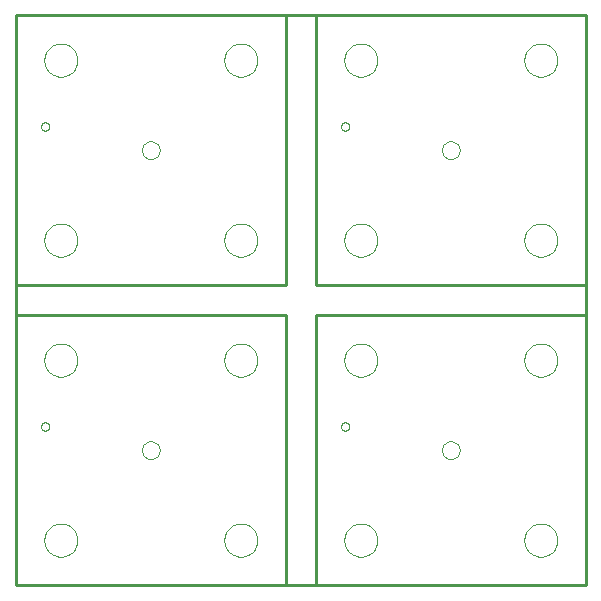
<source format=gbo>
G75*
G70*
%OFA0B0*%
%FSLAX24Y24*%
%IPPOS*%
%LPD*%
%AMOC8*
5,1,8,0,0,1.08239X$1,22.5*
%
%ADD10C,0.0000*%
%ADD11C,0.0100*%
D10*
X000151Y000151D02*
X000151Y019151D01*
X019151Y019151D01*
X019151Y000151D01*
X000151Y000151D01*
X001100Y001651D02*
X001102Y001698D01*
X001108Y001744D01*
X001118Y001790D01*
X001131Y001835D01*
X001149Y001878D01*
X001170Y001920D01*
X001194Y001960D01*
X001222Y001997D01*
X001253Y002032D01*
X001287Y002065D01*
X001323Y002094D01*
X001362Y002120D01*
X001403Y002143D01*
X001446Y002162D01*
X001490Y002178D01*
X001535Y002190D01*
X001581Y002198D01*
X001628Y002202D01*
X001674Y002202D01*
X001721Y002198D01*
X001767Y002190D01*
X001812Y002178D01*
X001856Y002162D01*
X001899Y002143D01*
X001940Y002120D01*
X001979Y002094D01*
X002015Y002065D01*
X002049Y002032D01*
X002080Y001997D01*
X002108Y001960D01*
X002132Y001920D01*
X002153Y001878D01*
X002171Y001835D01*
X002184Y001790D01*
X002194Y001744D01*
X002200Y001698D01*
X002202Y001651D01*
X002200Y001604D01*
X002194Y001558D01*
X002184Y001512D01*
X002171Y001467D01*
X002153Y001424D01*
X002132Y001382D01*
X002108Y001342D01*
X002080Y001305D01*
X002049Y001270D01*
X002015Y001237D01*
X001979Y001208D01*
X001940Y001182D01*
X001899Y001159D01*
X001856Y001140D01*
X001812Y001124D01*
X001767Y001112D01*
X001721Y001104D01*
X001674Y001100D01*
X001628Y001100D01*
X001581Y001104D01*
X001535Y001112D01*
X001490Y001124D01*
X001446Y001140D01*
X001403Y001159D01*
X001362Y001182D01*
X001323Y001208D01*
X001287Y001237D01*
X001253Y001270D01*
X001222Y001305D01*
X001194Y001342D01*
X001170Y001382D01*
X001149Y001424D01*
X001131Y001467D01*
X001118Y001512D01*
X001108Y001558D01*
X001102Y001604D01*
X001100Y001651D01*
X004356Y004651D02*
X004358Y004685D01*
X004364Y004719D01*
X004374Y004752D01*
X004387Y004783D01*
X004405Y004813D01*
X004425Y004841D01*
X004449Y004866D01*
X004475Y004888D01*
X004503Y004906D01*
X004534Y004922D01*
X004566Y004934D01*
X004600Y004942D01*
X004634Y004946D01*
X004668Y004946D01*
X004702Y004942D01*
X004736Y004934D01*
X004768Y004922D01*
X004798Y004906D01*
X004827Y004888D01*
X004853Y004866D01*
X004877Y004841D01*
X004897Y004813D01*
X004915Y004783D01*
X004928Y004752D01*
X004938Y004719D01*
X004944Y004685D01*
X004946Y004651D01*
X004944Y004617D01*
X004938Y004583D01*
X004928Y004550D01*
X004915Y004519D01*
X004897Y004489D01*
X004877Y004461D01*
X004853Y004436D01*
X004827Y004414D01*
X004799Y004396D01*
X004768Y004380D01*
X004736Y004368D01*
X004702Y004360D01*
X004668Y004356D01*
X004634Y004356D01*
X004600Y004360D01*
X004566Y004368D01*
X004534Y004380D01*
X004503Y004396D01*
X004475Y004414D01*
X004449Y004436D01*
X004425Y004461D01*
X004405Y004489D01*
X004387Y004519D01*
X004374Y004550D01*
X004364Y004583D01*
X004358Y004617D01*
X004356Y004651D01*
X001100Y007651D02*
X001102Y007698D01*
X001108Y007744D01*
X001118Y007790D01*
X001131Y007835D01*
X001149Y007878D01*
X001170Y007920D01*
X001194Y007960D01*
X001222Y007997D01*
X001253Y008032D01*
X001287Y008065D01*
X001323Y008094D01*
X001362Y008120D01*
X001403Y008143D01*
X001446Y008162D01*
X001490Y008178D01*
X001535Y008190D01*
X001581Y008198D01*
X001628Y008202D01*
X001674Y008202D01*
X001721Y008198D01*
X001767Y008190D01*
X001812Y008178D01*
X001856Y008162D01*
X001899Y008143D01*
X001940Y008120D01*
X001979Y008094D01*
X002015Y008065D01*
X002049Y008032D01*
X002080Y007997D01*
X002108Y007960D01*
X002132Y007920D01*
X002153Y007878D01*
X002171Y007835D01*
X002184Y007790D01*
X002194Y007744D01*
X002200Y007698D01*
X002202Y007651D01*
X002200Y007604D01*
X002194Y007558D01*
X002184Y007512D01*
X002171Y007467D01*
X002153Y007424D01*
X002132Y007382D01*
X002108Y007342D01*
X002080Y007305D01*
X002049Y007270D01*
X002015Y007237D01*
X001979Y007208D01*
X001940Y007182D01*
X001899Y007159D01*
X001856Y007140D01*
X001812Y007124D01*
X001767Y007112D01*
X001721Y007104D01*
X001674Y007100D01*
X001628Y007100D01*
X001581Y007104D01*
X001535Y007112D01*
X001490Y007124D01*
X001446Y007140D01*
X001403Y007159D01*
X001362Y007182D01*
X001323Y007208D01*
X001287Y007237D01*
X001253Y007270D01*
X001222Y007305D01*
X001194Y007342D01*
X001170Y007382D01*
X001149Y007424D01*
X001131Y007467D01*
X001118Y007512D01*
X001108Y007558D01*
X001102Y007604D01*
X001100Y007651D01*
X000990Y005439D02*
X000992Y005462D01*
X000998Y005485D01*
X001008Y005506D01*
X001021Y005526D01*
X001037Y005543D01*
X001056Y005557D01*
X001077Y005567D01*
X001099Y005574D01*
X001122Y005577D01*
X001146Y005576D01*
X001168Y005571D01*
X001190Y005562D01*
X001210Y005550D01*
X001228Y005534D01*
X001242Y005516D01*
X001254Y005496D01*
X001262Y005474D01*
X001266Y005451D01*
X001266Y005427D01*
X001262Y005404D01*
X001254Y005382D01*
X001242Y005362D01*
X001228Y005344D01*
X001210Y005328D01*
X001190Y005316D01*
X001168Y005307D01*
X001146Y005302D01*
X001122Y005301D01*
X001099Y005304D01*
X001077Y005311D01*
X001056Y005321D01*
X001037Y005335D01*
X001021Y005352D01*
X001008Y005372D01*
X000998Y005393D01*
X000992Y005416D01*
X000990Y005439D01*
X001100Y011651D02*
X001102Y011698D01*
X001108Y011744D01*
X001118Y011790D01*
X001131Y011835D01*
X001149Y011878D01*
X001170Y011920D01*
X001194Y011960D01*
X001222Y011997D01*
X001253Y012032D01*
X001287Y012065D01*
X001323Y012094D01*
X001362Y012120D01*
X001403Y012143D01*
X001446Y012162D01*
X001490Y012178D01*
X001535Y012190D01*
X001581Y012198D01*
X001628Y012202D01*
X001674Y012202D01*
X001721Y012198D01*
X001767Y012190D01*
X001812Y012178D01*
X001856Y012162D01*
X001899Y012143D01*
X001940Y012120D01*
X001979Y012094D01*
X002015Y012065D01*
X002049Y012032D01*
X002080Y011997D01*
X002108Y011960D01*
X002132Y011920D01*
X002153Y011878D01*
X002171Y011835D01*
X002184Y011790D01*
X002194Y011744D01*
X002200Y011698D01*
X002202Y011651D01*
X002200Y011604D01*
X002194Y011558D01*
X002184Y011512D01*
X002171Y011467D01*
X002153Y011424D01*
X002132Y011382D01*
X002108Y011342D01*
X002080Y011305D01*
X002049Y011270D01*
X002015Y011237D01*
X001979Y011208D01*
X001940Y011182D01*
X001899Y011159D01*
X001856Y011140D01*
X001812Y011124D01*
X001767Y011112D01*
X001721Y011104D01*
X001674Y011100D01*
X001628Y011100D01*
X001581Y011104D01*
X001535Y011112D01*
X001490Y011124D01*
X001446Y011140D01*
X001403Y011159D01*
X001362Y011182D01*
X001323Y011208D01*
X001287Y011237D01*
X001253Y011270D01*
X001222Y011305D01*
X001194Y011342D01*
X001170Y011382D01*
X001149Y011424D01*
X001131Y011467D01*
X001118Y011512D01*
X001108Y011558D01*
X001102Y011604D01*
X001100Y011651D01*
X000990Y015439D02*
X000992Y015462D01*
X000998Y015485D01*
X001008Y015506D01*
X001021Y015526D01*
X001037Y015543D01*
X001056Y015557D01*
X001077Y015567D01*
X001099Y015574D01*
X001122Y015577D01*
X001146Y015576D01*
X001168Y015571D01*
X001190Y015562D01*
X001210Y015550D01*
X001228Y015534D01*
X001242Y015516D01*
X001254Y015496D01*
X001262Y015474D01*
X001266Y015451D01*
X001266Y015427D01*
X001262Y015404D01*
X001254Y015382D01*
X001242Y015362D01*
X001228Y015344D01*
X001210Y015328D01*
X001190Y015316D01*
X001168Y015307D01*
X001146Y015302D01*
X001122Y015301D01*
X001099Y015304D01*
X001077Y015311D01*
X001056Y015321D01*
X001037Y015335D01*
X001021Y015352D01*
X001008Y015372D01*
X000998Y015393D01*
X000992Y015416D01*
X000990Y015439D01*
X001100Y017651D02*
X001102Y017698D01*
X001108Y017744D01*
X001118Y017790D01*
X001131Y017835D01*
X001149Y017878D01*
X001170Y017920D01*
X001194Y017960D01*
X001222Y017997D01*
X001253Y018032D01*
X001287Y018065D01*
X001323Y018094D01*
X001362Y018120D01*
X001403Y018143D01*
X001446Y018162D01*
X001490Y018178D01*
X001535Y018190D01*
X001581Y018198D01*
X001628Y018202D01*
X001674Y018202D01*
X001721Y018198D01*
X001767Y018190D01*
X001812Y018178D01*
X001856Y018162D01*
X001899Y018143D01*
X001940Y018120D01*
X001979Y018094D01*
X002015Y018065D01*
X002049Y018032D01*
X002080Y017997D01*
X002108Y017960D01*
X002132Y017920D01*
X002153Y017878D01*
X002171Y017835D01*
X002184Y017790D01*
X002194Y017744D01*
X002200Y017698D01*
X002202Y017651D01*
X002200Y017604D01*
X002194Y017558D01*
X002184Y017512D01*
X002171Y017467D01*
X002153Y017424D01*
X002132Y017382D01*
X002108Y017342D01*
X002080Y017305D01*
X002049Y017270D01*
X002015Y017237D01*
X001979Y017208D01*
X001940Y017182D01*
X001899Y017159D01*
X001856Y017140D01*
X001812Y017124D01*
X001767Y017112D01*
X001721Y017104D01*
X001674Y017100D01*
X001628Y017100D01*
X001581Y017104D01*
X001535Y017112D01*
X001490Y017124D01*
X001446Y017140D01*
X001403Y017159D01*
X001362Y017182D01*
X001323Y017208D01*
X001287Y017237D01*
X001253Y017270D01*
X001222Y017305D01*
X001194Y017342D01*
X001170Y017382D01*
X001149Y017424D01*
X001131Y017467D01*
X001118Y017512D01*
X001108Y017558D01*
X001102Y017604D01*
X001100Y017651D01*
X004356Y014651D02*
X004358Y014685D01*
X004364Y014719D01*
X004374Y014752D01*
X004387Y014783D01*
X004405Y014813D01*
X004425Y014841D01*
X004449Y014866D01*
X004475Y014888D01*
X004503Y014906D01*
X004534Y014922D01*
X004566Y014934D01*
X004600Y014942D01*
X004634Y014946D01*
X004668Y014946D01*
X004702Y014942D01*
X004736Y014934D01*
X004768Y014922D01*
X004798Y014906D01*
X004827Y014888D01*
X004853Y014866D01*
X004877Y014841D01*
X004897Y014813D01*
X004915Y014783D01*
X004928Y014752D01*
X004938Y014719D01*
X004944Y014685D01*
X004946Y014651D01*
X004944Y014617D01*
X004938Y014583D01*
X004928Y014550D01*
X004915Y014519D01*
X004897Y014489D01*
X004877Y014461D01*
X004853Y014436D01*
X004827Y014414D01*
X004799Y014396D01*
X004768Y014380D01*
X004736Y014368D01*
X004702Y014360D01*
X004668Y014356D01*
X004634Y014356D01*
X004600Y014360D01*
X004566Y014368D01*
X004534Y014380D01*
X004503Y014396D01*
X004475Y014414D01*
X004449Y014436D01*
X004425Y014461D01*
X004405Y014489D01*
X004387Y014519D01*
X004374Y014550D01*
X004364Y014583D01*
X004358Y014617D01*
X004356Y014651D01*
X007100Y011651D02*
X007102Y011698D01*
X007108Y011744D01*
X007118Y011790D01*
X007131Y011835D01*
X007149Y011878D01*
X007170Y011920D01*
X007194Y011960D01*
X007222Y011997D01*
X007253Y012032D01*
X007287Y012065D01*
X007323Y012094D01*
X007362Y012120D01*
X007403Y012143D01*
X007446Y012162D01*
X007490Y012178D01*
X007535Y012190D01*
X007581Y012198D01*
X007628Y012202D01*
X007674Y012202D01*
X007721Y012198D01*
X007767Y012190D01*
X007812Y012178D01*
X007856Y012162D01*
X007899Y012143D01*
X007940Y012120D01*
X007979Y012094D01*
X008015Y012065D01*
X008049Y012032D01*
X008080Y011997D01*
X008108Y011960D01*
X008132Y011920D01*
X008153Y011878D01*
X008171Y011835D01*
X008184Y011790D01*
X008194Y011744D01*
X008200Y011698D01*
X008202Y011651D01*
X008200Y011604D01*
X008194Y011558D01*
X008184Y011512D01*
X008171Y011467D01*
X008153Y011424D01*
X008132Y011382D01*
X008108Y011342D01*
X008080Y011305D01*
X008049Y011270D01*
X008015Y011237D01*
X007979Y011208D01*
X007940Y011182D01*
X007899Y011159D01*
X007856Y011140D01*
X007812Y011124D01*
X007767Y011112D01*
X007721Y011104D01*
X007674Y011100D01*
X007628Y011100D01*
X007581Y011104D01*
X007535Y011112D01*
X007490Y011124D01*
X007446Y011140D01*
X007403Y011159D01*
X007362Y011182D01*
X007323Y011208D01*
X007287Y011237D01*
X007253Y011270D01*
X007222Y011305D01*
X007194Y011342D01*
X007170Y011382D01*
X007149Y011424D01*
X007131Y011467D01*
X007118Y011512D01*
X007108Y011558D01*
X007102Y011604D01*
X007100Y011651D01*
X007100Y007651D02*
X007102Y007698D01*
X007108Y007744D01*
X007118Y007790D01*
X007131Y007835D01*
X007149Y007878D01*
X007170Y007920D01*
X007194Y007960D01*
X007222Y007997D01*
X007253Y008032D01*
X007287Y008065D01*
X007323Y008094D01*
X007362Y008120D01*
X007403Y008143D01*
X007446Y008162D01*
X007490Y008178D01*
X007535Y008190D01*
X007581Y008198D01*
X007628Y008202D01*
X007674Y008202D01*
X007721Y008198D01*
X007767Y008190D01*
X007812Y008178D01*
X007856Y008162D01*
X007899Y008143D01*
X007940Y008120D01*
X007979Y008094D01*
X008015Y008065D01*
X008049Y008032D01*
X008080Y007997D01*
X008108Y007960D01*
X008132Y007920D01*
X008153Y007878D01*
X008171Y007835D01*
X008184Y007790D01*
X008194Y007744D01*
X008200Y007698D01*
X008202Y007651D01*
X008200Y007604D01*
X008194Y007558D01*
X008184Y007512D01*
X008171Y007467D01*
X008153Y007424D01*
X008132Y007382D01*
X008108Y007342D01*
X008080Y007305D01*
X008049Y007270D01*
X008015Y007237D01*
X007979Y007208D01*
X007940Y007182D01*
X007899Y007159D01*
X007856Y007140D01*
X007812Y007124D01*
X007767Y007112D01*
X007721Y007104D01*
X007674Y007100D01*
X007628Y007100D01*
X007581Y007104D01*
X007535Y007112D01*
X007490Y007124D01*
X007446Y007140D01*
X007403Y007159D01*
X007362Y007182D01*
X007323Y007208D01*
X007287Y007237D01*
X007253Y007270D01*
X007222Y007305D01*
X007194Y007342D01*
X007170Y007382D01*
X007149Y007424D01*
X007131Y007467D01*
X007118Y007512D01*
X007108Y007558D01*
X007102Y007604D01*
X007100Y007651D01*
X010990Y005439D02*
X010992Y005462D01*
X010998Y005485D01*
X011008Y005506D01*
X011021Y005526D01*
X011037Y005543D01*
X011056Y005557D01*
X011077Y005567D01*
X011099Y005574D01*
X011122Y005577D01*
X011146Y005576D01*
X011168Y005571D01*
X011190Y005562D01*
X011210Y005550D01*
X011228Y005534D01*
X011242Y005516D01*
X011254Y005496D01*
X011262Y005474D01*
X011266Y005451D01*
X011266Y005427D01*
X011262Y005404D01*
X011254Y005382D01*
X011242Y005362D01*
X011228Y005344D01*
X011210Y005328D01*
X011190Y005316D01*
X011168Y005307D01*
X011146Y005302D01*
X011122Y005301D01*
X011099Y005304D01*
X011077Y005311D01*
X011056Y005321D01*
X011037Y005335D01*
X011021Y005352D01*
X011008Y005372D01*
X010998Y005393D01*
X010992Y005416D01*
X010990Y005439D01*
X011100Y007651D02*
X011102Y007698D01*
X011108Y007744D01*
X011118Y007790D01*
X011131Y007835D01*
X011149Y007878D01*
X011170Y007920D01*
X011194Y007960D01*
X011222Y007997D01*
X011253Y008032D01*
X011287Y008065D01*
X011323Y008094D01*
X011362Y008120D01*
X011403Y008143D01*
X011446Y008162D01*
X011490Y008178D01*
X011535Y008190D01*
X011581Y008198D01*
X011628Y008202D01*
X011674Y008202D01*
X011721Y008198D01*
X011767Y008190D01*
X011812Y008178D01*
X011856Y008162D01*
X011899Y008143D01*
X011940Y008120D01*
X011979Y008094D01*
X012015Y008065D01*
X012049Y008032D01*
X012080Y007997D01*
X012108Y007960D01*
X012132Y007920D01*
X012153Y007878D01*
X012171Y007835D01*
X012184Y007790D01*
X012194Y007744D01*
X012200Y007698D01*
X012202Y007651D01*
X012200Y007604D01*
X012194Y007558D01*
X012184Y007512D01*
X012171Y007467D01*
X012153Y007424D01*
X012132Y007382D01*
X012108Y007342D01*
X012080Y007305D01*
X012049Y007270D01*
X012015Y007237D01*
X011979Y007208D01*
X011940Y007182D01*
X011899Y007159D01*
X011856Y007140D01*
X011812Y007124D01*
X011767Y007112D01*
X011721Y007104D01*
X011674Y007100D01*
X011628Y007100D01*
X011581Y007104D01*
X011535Y007112D01*
X011490Y007124D01*
X011446Y007140D01*
X011403Y007159D01*
X011362Y007182D01*
X011323Y007208D01*
X011287Y007237D01*
X011253Y007270D01*
X011222Y007305D01*
X011194Y007342D01*
X011170Y007382D01*
X011149Y007424D01*
X011131Y007467D01*
X011118Y007512D01*
X011108Y007558D01*
X011102Y007604D01*
X011100Y007651D01*
X014356Y004651D02*
X014358Y004685D01*
X014364Y004719D01*
X014374Y004752D01*
X014387Y004783D01*
X014405Y004813D01*
X014425Y004841D01*
X014449Y004866D01*
X014475Y004888D01*
X014503Y004906D01*
X014534Y004922D01*
X014566Y004934D01*
X014600Y004942D01*
X014634Y004946D01*
X014668Y004946D01*
X014702Y004942D01*
X014736Y004934D01*
X014768Y004922D01*
X014798Y004906D01*
X014827Y004888D01*
X014853Y004866D01*
X014877Y004841D01*
X014897Y004813D01*
X014915Y004783D01*
X014928Y004752D01*
X014938Y004719D01*
X014944Y004685D01*
X014946Y004651D01*
X014944Y004617D01*
X014938Y004583D01*
X014928Y004550D01*
X014915Y004519D01*
X014897Y004489D01*
X014877Y004461D01*
X014853Y004436D01*
X014827Y004414D01*
X014799Y004396D01*
X014768Y004380D01*
X014736Y004368D01*
X014702Y004360D01*
X014668Y004356D01*
X014634Y004356D01*
X014600Y004360D01*
X014566Y004368D01*
X014534Y004380D01*
X014503Y004396D01*
X014475Y004414D01*
X014449Y004436D01*
X014425Y004461D01*
X014405Y004489D01*
X014387Y004519D01*
X014374Y004550D01*
X014364Y004583D01*
X014358Y004617D01*
X014356Y004651D01*
X011100Y001651D02*
X011102Y001698D01*
X011108Y001744D01*
X011118Y001790D01*
X011131Y001835D01*
X011149Y001878D01*
X011170Y001920D01*
X011194Y001960D01*
X011222Y001997D01*
X011253Y002032D01*
X011287Y002065D01*
X011323Y002094D01*
X011362Y002120D01*
X011403Y002143D01*
X011446Y002162D01*
X011490Y002178D01*
X011535Y002190D01*
X011581Y002198D01*
X011628Y002202D01*
X011674Y002202D01*
X011721Y002198D01*
X011767Y002190D01*
X011812Y002178D01*
X011856Y002162D01*
X011899Y002143D01*
X011940Y002120D01*
X011979Y002094D01*
X012015Y002065D01*
X012049Y002032D01*
X012080Y001997D01*
X012108Y001960D01*
X012132Y001920D01*
X012153Y001878D01*
X012171Y001835D01*
X012184Y001790D01*
X012194Y001744D01*
X012200Y001698D01*
X012202Y001651D01*
X012200Y001604D01*
X012194Y001558D01*
X012184Y001512D01*
X012171Y001467D01*
X012153Y001424D01*
X012132Y001382D01*
X012108Y001342D01*
X012080Y001305D01*
X012049Y001270D01*
X012015Y001237D01*
X011979Y001208D01*
X011940Y001182D01*
X011899Y001159D01*
X011856Y001140D01*
X011812Y001124D01*
X011767Y001112D01*
X011721Y001104D01*
X011674Y001100D01*
X011628Y001100D01*
X011581Y001104D01*
X011535Y001112D01*
X011490Y001124D01*
X011446Y001140D01*
X011403Y001159D01*
X011362Y001182D01*
X011323Y001208D01*
X011287Y001237D01*
X011253Y001270D01*
X011222Y001305D01*
X011194Y001342D01*
X011170Y001382D01*
X011149Y001424D01*
X011131Y001467D01*
X011118Y001512D01*
X011108Y001558D01*
X011102Y001604D01*
X011100Y001651D01*
X007100Y001651D02*
X007102Y001698D01*
X007108Y001744D01*
X007118Y001790D01*
X007131Y001835D01*
X007149Y001878D01*
X007170Y001920D01*
X007194Y001960D01*
X007222Y001997D01*
X007253Y002032D01*
X007287Y002065D01*
X007323Y002094D01*
X007362Y002120D01*
X007403Y002143D01*
X007446Y002162D01*
X007490Y002178D01*
X007535Y002190D01*
X007581Y002198D01*
X007628Y002202D01*
X007674Y002202D01*
X007721Y002198D01*
X007767Y002190D01*
X007812Y002178D01*
X007856Y002162D01*
X007899Y002143D01*
X007940Y002120D01*
X007979Y002094D01*
X008015Y002065D01*
X008049Y002032D01*
X008080Y001997D01*
X008108Y001960D01*
X008132Y001920D01*
X008153Y001878D01*
X008171Y001835D01*
X008184Y001790D01*
X008194Y001744D01*
X008200Y001698D01*
X008202Y001651D01*
X008200Y001604D01*
X008194Y001558D01*
X008184Y001512D01*
X008171Y001467D01*
X008153Y001424D01*
X008132Y001382D01*
X008108Y001342D01*
X008080Y001305D01*
X008049Y001270D01*
X008015Y001237D01*
X007979Y001208D01*
X007940Y001182D01*
X007899Y001159D01*
X007856Y001140D01*
X007812Y001124D01*
X007767Y001112D01*
X007721Y001104D01*
X007674Y001100D01*
X007628Y001100D01*
X007581Y001104D01*
X007535Y001112D01*
X007490Y001124D01*
X007446Y001140D01*
X007403Y001159D01*
X007362Y001182D01*
X007323Y001208D01*
X007287Y001237D01*
X007253Y001270D01*
X007222Y001305D01*
X007194Y001342D01*
X007170Y001382D01*
X007149Y001424D01*
X007131Y001467D01*
X007118Y001512D01*
X007108Y001558D01*
X007102Y001604D01*
X007100Y001651D01*
X011100Y011651D02*
X011102Y011698D01*
X011108Y011744D01*
X011118Y011790D01*
X011131Y011835D01*
X011149Y011878D01*
X011170Y011920D01*
X011194Y011960D01*
X011222Y011997D01*
X011253Y012032D01*
X011287Y012065D01*
X011323Y012094D01*
X011362Y012120D01*
X011403Y012143D01*
X011446Y012162D01*
X011490Y012178D01*
X011535Y012190D01*
X011581Y012198D01*
X011628Y012202D01*
X011674Y012202D01*
X011721Y012198D01*
X011767Y012190D01*
X011812Y012178D01*
X011856Y012162D01*
X011899Y012143D01*
X011940Y012120D01*
X011979Y012094D01*
X012015Y012065D01*
X012049Y012032D01*
X012080Y011997D01*
X012108Y011960D01*
X012132Y011920D01*
X012153Y011878D01*
X012171Y011835D01*
X012184Y011790D01*
X012194Y011744D01*
X012200Y011698D01*
X012202Y011651D01*
X012200Y011604D01*
X012194Y011558D01*
X012184Y011512D01*
X012171Y011467D01*
X012153Y011424D01*
X012132Y011382D01*
X012108Y011342D01*
X012080Y011305D01*
X012049Y011270D01*
X012015Y011237D01*
X011979Y011208D01*
X011940Y011182D01*
X011899Y011159D01*
X011856Y011140D01*
X011812Y011124D01*
X011767Y011112D01*
X011721Y011104D01*
X011674Y011100D01*
X011628Y011100D01*
X011581Y011104D01*
X011535Y011112D01*
X011490Y011124D01*
X011446Y011140D01*
X011403Y011159D01*
X011362Y011182D01*
X011323Y011208D01*
X011287Y011237D01*
X011253Y011270D01*
X011222Y011305D01*
X011194Y011342D01*
X011170Y011382D01*
X011149Y011424D01*
X011131Y011467D01*
X011118Y011512D01*
X011108Y011558D01*
X011102Y011604D01*
X011100Y011651D01*
X014356Y014651D02*
X014358Y014685D01*
X014364Y014719D01*
X014374Y014752D01*
X014387Y014783D01*
X014405Y014813D01*
X014425Y014841D01*
X014449Y014866D01*
X014475Y014888D01*
X014503Y014906D01*
X014534Y014922D01*
X014566Y014934D01*
X014600Y014942D01*
X014634Y014946D01*
X014668Y014946D01*
X014702Y014942D01*
X014736Y014934D01*
X014768Y014922D01*
X014798Y014906D01*
X014827Y014888D01*
X014853Y014866D01*
X014877Y014841D01*
X014897Y014813D01*
X014915Y014783D01*
X014928Y014752D01*
X014938Y014719D01*
X014944Y014685D01*
X014946Y014651D01*
X014944Y014617D01*
X014938Y014583D01*
X014928Y014550D01*
X014915Y014519D01*
X014897Y014489D01*
X014877Y014461D01*
X014853Y014436D01*
X014827Y014414D01*
X014799Y014396D01*
X014768Y014380D01*
X014736Y014368D01*
X014702Y014360D01*
X014668Y014356D01*
X014634Y014356D01*
X014600Y014360D01*
X014566Y014368D01*
X014534Y014380D01*
X014503Y014396D01*
X014475Y014414D01*
X014449Y014436D01*
X014425Y014461D01*
X014405Y014489D01*
X014387Y014519D01*
X014374Y014550D01*
X014364Y014583D01*
X014358Y014617D01*
X014356Y014651D01*
X011100Y017651D02*
X011102Y017698D01*
X011108Y017744D01*
X011118Y017790D01*
X011131Y017835D01*
X011149Y017878D01*
X011170Y017920D01*
X011194Y017960D01*
X011222Y017997D01*
X011253Y018032D01*
X011287Y018065D01*
X011323Y018094D01*
X011362Y018120D01*
X011403Y018143D01*
X011446Y018162D01*
X011490Y018178D01*
X011535Y018190D01*
X011581Y018198D01*
X011628Y018202D01*
X011674Y018202D01*
X011721Y018198D01*
X011767Y018190D01*
X011812Y018178D01*
X011856Y018162D01*
X011899Y018143D01*
X011940Y018120D01*
X011979Y018094D01*
X012015Y018065D01*
X012049Y018032D01*
X012080Y017997D01*
X012108Y017960D01*
X012132Y017920D01*
X012153Y017878D01*
X012171Y017835D01*
X012184Y017790D01*
X012194Y017744D01*
X012200Y017698D01*
X012202Y017651D01*
X012200Y017604D01*
X012194Y017558D01*
X012184Y017512D01*
X012171Y017467D01*
X012153Y017424D01*
X012132Y017382D01*
X012108Y017342D01*
X012080Y017305D01*
X012049Y017270D01*
X012015Y017237D01*
X011979Y017208D01*
X011940Y017182D01*
X011899Y017159D01*
X011856Y017140D01*
X011812Y017124D01*
X011767Y017112D01*
X011721Y017104D01*
X011674Y017100D01*
X011628Y017100D01*
X011581Y017104D01*
X011535Y017112D01*
X011490Y017124D01*
X011446Y017140D01*
X011403Y017159D01*
X011362Y017182D01*
X011323Y017208D01*
X011287Y017237D01*
X011253Y017270D01*
X011222Y017305D01*
X011194Y017342D01*
X011170Y017382D01*
X011149Y017424D01*
X011131Y017467D01*
X011118Y017512D01*
X011108Y017558D01*
X011102Y017604D01*
X011100Y017651D01*
X010990Y015439D02*
X010992Y015462D01*
X010998Y015485D01*
X011008Y015506D01*
X011021Y015526D01*
X011037Y015543D01*
X011056Y015557D01*
X011077Y015567D01*
X011099Y015574D01*
X011122Y015577D01*
X011146Y015576D01*
X011168Y015571D01*
X011190Y015562D01*
X011210Y015550D01*
X011228Y015534D01*
X011242Y015516D01*
X011254Y015496D01*
X011262Y015474D01*
X011266Y015451D01*
X011266Y015427D01*
X011262Y015404D01*
X011254Y015382D01*
X011242Y015362D01*
X011228Y015344D01*
X011210Y015328D01*
X011190Y015316D01*
X011168Y015307D01*
X011146Y015302D01*
X011122Y015301D01*
X011099Y015304D01*
X011077Y015311D01*
X011056Y015321D01*
X011037Y015335D01*
X011021Y015352D01*
X011008Y015372D01*
X010998Y015393D01*
X010992Y015416D01*
X010990Y015439D01*
X007100Y017651D02*
X007102Y017698D01*
X007108Y017744D01*
X007118Y017790D01*
X007131Y017835D01*
X007149Y017878D01*
X007170Y017920D01*
X007194Y017960D01*
X007222Y017997D01*
X007253Y018032D01*
X007287Y018065D01*
X007323Y018094D01*
X007362Y018120D01*
X007403Y018143D01*
X007446Y018162D01*
X007490Y018178D01*
X007535Y018190D01*
X007581Y018198D01*
X007628Y018202D01*
X007674Y018202D01*
X007721Y018198D01*
X007767Y018190D01*
X007812Y018178D01*
X007856Y018162D01*
X007899Y018143D01*
X007940Y018120D01*
X007979Y018094D01*
X008015Y018065D01*
X008049Y018032D01*
X008080Y017997D01*
X008108Y017960D01*
X008132Y017920D01*
X008153Y017878D01*
X008171Y017835D01*
X008184Y017790D01*
X008194Y017744D01*
X008200Y017698D01*
X008202Y017651D01*
X008200Y017604D01*
X008194Y017558D01*
X008184Y017512D01*
X008171Y017467D01*
X008153Y017424D01*
X008132Y017382D01*
X008108Y017342D01*
X008080Y017305D01*
X008049Y017270D01*
X008015Y017237D01*
X007979Y017208D01*
X007940Y017182D01*
X007899Y017159D01*
X007856Y017140D01*
X007812Y017124D01*
X007767Y017112D01*
X007721Y017104D01*
X007674Y017100D01*
X007628Y017100D01*
X007581Y017104D01*
X007535Y017112D01*
X007490Y017124D01*
X007446Y017140D01*
X007403Y017159D01*
X007362Y017182D01*
X007323Y017208D01*
X007287Y017237D01*
X007253Y017270D01*
X007222Y017305D01*
X007194Y017342D01*
X007170Y017382D01*
X007149Y017424D01*
X007131Y017467D01*
X007118Y017512D01*
X007108Y017558D01*
X007102Y017604D01*
X007100Y017651D01*
X017100Y017651D02*
X017102Y017698D01*
X017108Y017744D01*
X017118Y017790D01*
X017131Y017835D01*
X017149Y017878D01*
X017170Y017920D01*
X017194Y017960D01*
X017222Y017997D01*
X017253Y018032D01*
X017287Y018065D01*
X017323Y018094D01*
X017362Y018120D01*
X017403Y018143D01*
X017446Y018162D01*
X017490Y018178D01*
X017535Y018190D01*
X017581Y018198D01*
X017628Y018202D01*
X017674Y018202D01*
X017721Y018198D01*
X017767Y018190D01*
X017812Y018178D01*
X017856Y018162D01*
X017899Y018143D01*
X017940Y018120D01*
X017979Y018094D01*
X018015Y018065D01*
X018049Y018032D01*
X018080Y017997D01*
X018108Y017960D01*
X018132Y017920D01*
X018153Y017878D01*
X018171Y017835D01*
X018184Y017790D01*
X018194Y017744D01*
X018200Y017698D01*
X018202Y017651D01*
X018200Y017604D01*
X018194Y017558D01*
X018184Y017512D01*
X018171Y017467D01*
X018153Y017424D01*
X018132Y017382D01*
X018108Y017342D01*
X018080Y017305D01*
X018049Y017270D01*
X018015Y017237D01*
X017979Y017208D01*
X017940Y017182D01*
X017899Y017159D01*
X017856Y017140D01*
X017812Y017124D01*
X017767Y017112D01*
X017721Y017104D01*
X017674Y017100D01*
X017628Y017100D01*
X017581Y017104D01*
X017535Y017112D01*
X017490Y017124D01*
X017446Y017140D01*
X017403Y017159D01*
X017362Y017182D01*
X017323Y017208D01*
X017287Y017237D01*
X017253Y017270D01*
X017222Y017305D01*
X017194Y017342D01*
X017170Y017382D01*
X017149Y017424D01*
X017131Y017467D01*
X017118Y017512D01*
X017108Y017558D01*
X017102Y017604D01*
X017100Y017651D01*
X017100Y011651D02*
X017102Y011698D01*
X017108Y011744D01*
X017118Y011790D01*
X017131Y011835D01*
X017149Y011878D01*
X017170Y011920D01*
X017194Y011960D01*
X017222Y011997D01*
X017253Y012032D01*
X017287Y012065D01*
X017323Y012094D01*
X017362Y012120D01*
X017403Y012143D01*
X017446Y012162D01*
X017490Y012178D01*
X017535Y012190D01*
X017581Y012198D01*
X017628Y012202D01*
X017674Y012202D01*
X017721Y012198D01*
X017767Y012190D01*
X017812Y012178D01*
X017856Y012162D01*
X017899Y012143D01*
X017940Y012120D01*
X017979Y012094D01*
X018015Y012065D01*
X018049Y012032D01*
X018080Y011997D01*
X018108Y011960D01*
X018132Y011920D01*
X018153Y011878D01*
X018171Y011835D01*
X018184Y011790D01*
X018194Y011744D01*
X018200Y011698D01*
X018202Y011651D01*
X018200Y011604D01*
X018194Y011558D01*
X018184Y011512D01*
X018171Y011467D01*
X018153Y011424D01*
X018132Y011382D01*
X018108Y011342D01*
X018080Y011305D01*
X018049Y011270D01*
X018015Y011237D01*
X017979Y011208D01*
X017940Y011182D01*
X017899Y011159D01*
X017856Y011140D01*
X017812Y011124D01*
X017767Y011112D01*
X017721Y011104D01*
X017674Y011100D01*
X017628Y011100D01*
X017581Y011104D01*
X017535Y011112D01*
X017490Y011124D01*
X017446Y011140D01*
X017403Y011159D01*
X017362Y011182D01*
X017323Y011208D01*
X017287Y011237D01*
X017253Y011270D01*
X017222Y011305D01*
X017194Y011342D01*
X017170Y011382D01*
X017149Y011424D01*
X017131Y011467D01*
X017118Y011512D01*
X017108Y011558D01*
X017102Y011604D01*
X017100Y011651D01*
X017100Y007651D02*
X017102Y007698D01*
X017108Y007744D01*
X017118Y007790D01*
X017131Y007835D01*
X017149Y007878D01*
X017170Y007920D01*
X017194Y007960D01*
X017222Y007997D01*
X017253Y008032D01*
X017287Y008065D01*
X017323Y008094D01*
X017362Y008120D01*
X017403Y008143D01*
X017446Y008162D01*
X017490Y008178D01*
X017535Y008190D01*
X017581Y008198D01*
X017628Y008202D01*
X017674Y008202D01*
X017721Y008198D01*
X017767Y008190D01*
X017812Y008178D01*
X017856Y008162D01*
X017899Y008143D01*
X017940Y008120D01*
X017979Y008094D01*
X018015Y008065D01*
X018049Y008032D01*
X018080Y007997D01*
X018108Y007960D01*
X018132Y007920D01*
X018153Y007878D01*
X018171Y007835D01*
X018184Y007790D01*
X018194Y007744D01*
X018200Y007698D01*
X018202Y007651D01*
X018200Y007604D01*
X018194Y007558D01*
X018184Y007512D01*
X018171Y007467D01*
X018153Y007424D01*
X018132Y007382D01*
X018108Y007342D01*
X018080Y007305D01*
X018049Y007270D01*
X018015Y007237D01*
X017979Y007208D01*
X017940Y007182D01*
X017899Y007159D01*
X017856Y007140D01*
X017812Y007124D01*
X017767Y007112D01*
X017721Y007104D01*
X017674Y007100D01*
X017628Y007100D01*
X017581Y007104D01*
X017535Y007112D01*
X017490Y007124D01*
X017446Y007140D01*
X017403Y007159D01*
X017362Y007182D01*
X017323Y007208D01*
X017287Y007237D01*
X017253Y007270D01*
X017222Y007305D01*
X017194Y007342D01*
X017170Y007382D01*
X017149Y007424D01*
X017131Y007467D01*
X017118Y007512D01*
X017108Y007558D01*
X017102Y007604D01*
X017100Y007651D01*
X017100Y001651D02*
X017102Y001698D01*
X017108Y001744D01*
X017118Y001790D01*
X017131Y001835D01*
X017149Y001878D01*
X017170Y001920D01*
X017194Y001960D01*
X017222Y001997D01*
X017253Y002032D01*
X017287Y002065D01*
X017323Y002094D01*
X017362Y002120D01*
X017403Y002143D01*
X017446Y002162D01*
X017490Y002178D01*
X017535Y002190D01*
X017581Y002198D01*
X017628Y002202D01*
X017674Y002202D01*
X017721Y002198D01*
X017767Y002190D01*
X017812Y002178D01*
X017856Y002162D01*
X017899Y002143D01*
X017940Y002120D01*
X017979Y002094D01*
X018015Y002065D01*
X018049Y002032D01*
X018080Y001997D01*
X018108Y001960D01*
X018132Y001920D01*
X018153Y001878D01*
X018171Y001835D01*
X018184Y001790D01*
X018194Y001744D01*
X018200Y001698D01*
X018202Y001651D01*
X018200Y001604D01*
X018194Y001558D01*
X018184Y001512D01*
X018171Y001467D01*
X018153Y001424D01*
X018132Y001382D01*
X018108Y001342D01*
X018080Y001305D01*
X018049Y001270D01*
X018015Y001237D01*
X017979Y001208D01*
X017940Y001182D01*
X017899Y001159D01*
X017856Y001140D01*
X017812Y001124D01*
X017767Y001112D01*
X017721Y001104D01*
X017674Y001100D01*
X017628Y001100D01*
X017581Y001104D01*
X017535Y001112D01*
X017490Y001124D01*
X017446Y001140D01*
X017403Y001159D01*
X017362Y001182D01*
X017323Y001208D01*
X017287Y001237D01*
X017253Y001270D01*
X017222Y001305D01*
X017194Y001342D01*
X017170Y001382D01*
X017149Y001424D01*
X017131Y001467D01*
X017118Y001512D01*
X017108Y001558D01*
X017102Y001604D01*
X017100Y001651D01*
D11*
X000151Y000151D02*
X000151Y009151D01*
X009151Y009151D01*
X009151Y000151D01*
X000151Y000151D01*
X000151Y009151D02*
X000151Y010151D01*
X009151Y010151D01*
X009151Y019151D01*
X010151Y019151D01*
X010151Y010151D01*
X019151Y010151D01*
X019151Y009151D01*
X010151Y009151D01*
X010151Y000151D01*
X009151Y000151D01*
X010151Y000151D02*
X019151Y000151D01*
X019151Y009151D01*
X019151Y010151D02*
X019151Y019151D01*
X010151Y019151D01*
X009151Y019151D02*
X000151Y019151D01*
X000151Y010151D01*
M02*

</source>
